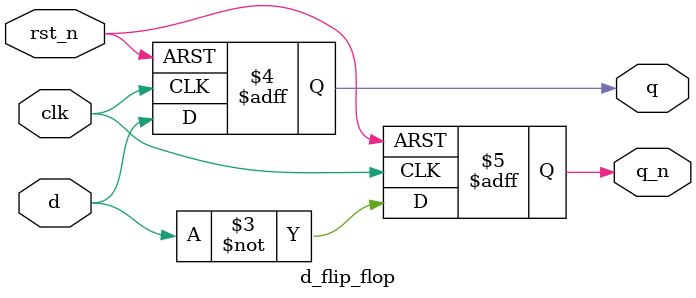
<source format=v>
module d_flip_flop (
    input clk,
    input rst_n,
    input d,
    output reg q,
    output reg q_n
);
  always @(posedge clk or negedge rst_n) begin
    if (!rst_n) begin
      q <= 0;
      q_n <= 1;
    end else begin
      q <= d;
      q_n <= ~ d; 
    end
  end  
endmodule

</source>
